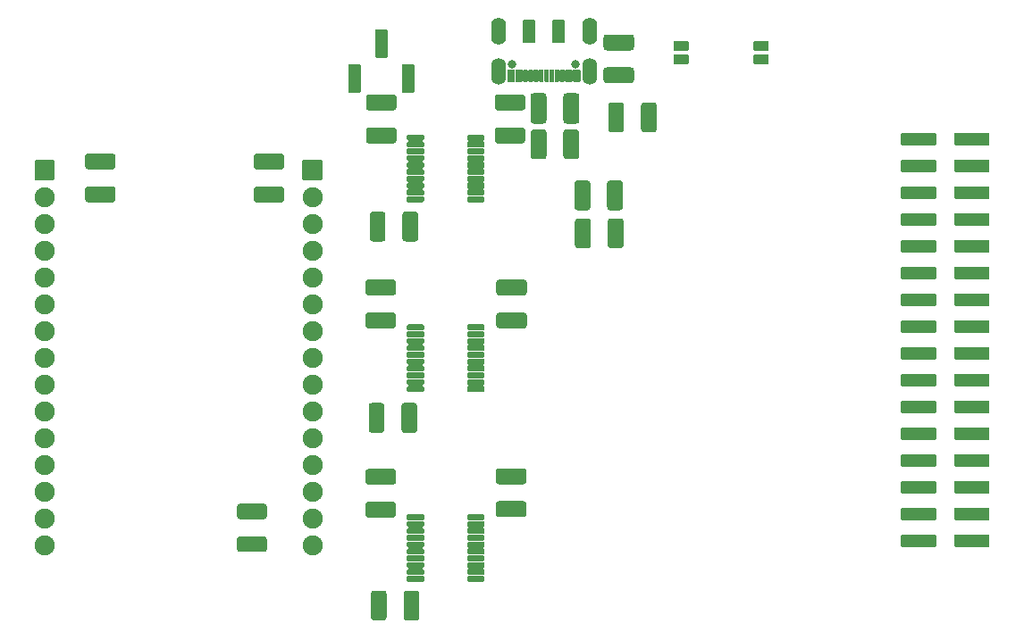
<source format=gts>
%TF.GenerationSoftware,KiCad,Pcbnew,5.1.9+dfsg1-1+deb11u1*%
%TF.CreationDate,2025-08-01T09:18:43+02:00*%
%TF.ProjectId,ESP32-BOBOARD-5V,45535033-322d-4424-9f42-4f4152442d35,rev?*%
%TF.SameCoordinates,Original*%
%TF.FileFunction,Soldermask,Top*%
%TF.FilePolarity,Negative*%
%FSLAX46Y46*%
G04 Gerber Fmt 4.6, Leading zero omitted, Abs format (unit mm)*
G04 Created by KiCad (PCBNEW 5.1.9+dfsg1-1+deb11u1) date 2025-08-01 09:18:43*
%MOMM*%
%LPD*%
G01*
G04 APERTURE LIST*
%ADD10O,1.900000X1.900000*%
%ADD11O,1.404000X2.604000*%
%ADD12O,1.362000X2.520000*%
%ADD13C,0.830000*%
%ADD14C,0.800000*%
G04 APERTURE END LIST*
%TO.C,SW1*%
G36*
G01*
X186025000Y-78255000D02*
X186025000Y-79015000D01*
G75*
G02*
X185925000Y-79115000I-100000J0D01*
G01*
X184675000Y-79115000D01*
G75*
G02*
X184575000Y-79015000I0J100000D01*
G01*
X184575000Y-78255000D01*
G75*
G02*
X184675000Y-78155000I100000J0D01*
G01*
X185925000Y-78155000D01*
G75*
G02*
X186025000Y-78255000I0J-100000D01*
G01*
G37*
G36*
G01*
X193625000Y-76985000D02*
X193625000Y-77745000D01*
G75*
G02*
X193525000Y-77845000I-100000J0D01*
G01*
X192275000Y-77845000D01*
G75*
G02*
X192175000Y-77745000I0J100000D01*
G01*
X192175000Y-76985000D01*
G75*
G02*
X192275000Y-76885000I100000J0D01*
G01*
X193525000Y-76885000D01*
G75*
G02*
X193625000Y-76985000I0J-100000D01*
G01*
G37*
G36*
G01*
X186025000Y-76985000D02*
X186025000Y-77745000D01*
G75*
G02*
X185925000Y-77845000I-100000J0D01*
G01*
X184675000Y-77845000D01*
G75*
G02*
X184575000Y-77745000I0J100000D01*
G01*
X184575000Y-76985000D01*
G75*
G02*
X184675000Y-76885000I100000J0D01*
G01*
X185925000Y-76885000D01*
G75*
G02*
X186025000Y-76985000I0J-100000D01*
G01*
G37*
G36*
G01*
X193625000Y-78255000D02*
X193625000Y-79015000D01*
G75*
G02*
X193525000Y-79115000I-100000J0D01*
G01*
X192275000Y-79115000D01*
G75*
G02*
X192175000Y-79015000I0J100000D01*
G01*
X192175000Y-78255000D01*
G75*
G02*
X192275000Y-78155000I100000J0D01*
G01*
X193525000Y-78155000D01*
G75*
G02*
X193625000Y-78255000I0J-100000D01*
G01*
G37*
%TD*%
D10*
%TO.C,J2*%
X150370000Y-124710000D03*
X150370000Y-122170000D03*
X150370000Y-119630000D03*
X150370000Y-117090000D03*
X150370000Y-114550000D03*
X150370000Y-112010000D03*
X150370000Y-109470000D03*
X150370000Y-106930000D03*
X150370000Y-104390000D03*
X150370000Y-101850000D03*
X150370000Y-99310000D03*
X150370000Y-96770000D03*
X150370000Y-94230000D03*
X150370000Y-91690000D03*
G36*
G01*
X149420000Y-90000000D02*
X149420000Y-88300000D01*
G75*
G02*
X149520000Y-88200000I100000J0D01*
G01*
X151220000Y-88200000D01*
G75*
G02*
X151320000Y-88300000I0J-100000D01*
G01*
X151320000Y-90000000D01*
G75*
G02*
X151220000Y-90100000I-100000J0D01*
G01*
X149520000Y-90100000D01*
G75*
G02*
X149420000Y-90000000I0J100000D01*
G01*
G37*
%TD*%
%TO.C,J1*%
X124980000Y-124710000D03*
X124980000Y-122170000D03*
X124980000Y-119630000D03*
X124980000Y-117090000D03*
X124980000Y-114550000D03*
X124980000Y-112010000D03*
X124980000Y-109470000D03*
X124980000Y-106930000D03*
X124980000Y-104390000D03*
X124980000Y-101850000D03*
X124980000Y-99310000D03*
X124980000Y-96770000D03*
X124980000Y-94230000D03*
X124980000Y-91690000D03*
G36*
G01*
X124030000Y-90000000D02*
X124030000Y-88300000D01*
G75*
G02*
X124130000Y-88200000I100000J0D01*
G01*
X125830000Y-88200000D01*
G75*
G02*
X125930000Y-88300000I0J-100000D01*
G01*
X125930000Y-90000000D01*
G75*
G02*
X125830000Y-90100000I-100000J0D01*
G01*
X124130000Y-90100000D01*
G75*
G02*
X124030000Y-90000000I0J100000D01*
G01*
G37*
%TD*%
%TO.C,J4*%
G36*
G01*
X157400000Y-78500000D02*
X156400000Y-78500000D01*
G75*
G02*
X156300000Y-78400000I0J100000D01*
G01*
X156300000Y-75890000D01*
G75*
G02*
X156400000Y-75790000I100000J0D01*
G01*
X157400000Y-75790000D01*
G75*
G02*
X157500000Y-75890000I0J-100000D01*
G01*
X157500000Y-78400000D01*
G75*
G02*
X157400000Y-78500000I-100000J0D01*
G01*
G37*
G36*
G01*
X159940000Y-81810000D02*
X158940000Y-81810000D01*
G75*
G02*
X158840000Y-81710000I0J100000D01*
G01*
X158840000Y-79200000D01*
G75*
G02*
X158940000Y-79100000I100000J0D01*
G01*
X159940000Y-79100000D01*
G75*
G02*
X160040000Y-79200000I0J-100000D01*
G01*
X160040000Y-81710000D01*
G75*
G02*
X159940000Y-81810000I-100000J0D01*
G01*
G37*
G36*
G01*
X154860000Y-81810000D02*
X153860000Y-81810000D01*
G75*
G02*
X153760000Y-81710000I0J100000D01*
G01*
X153760000Y-79200000D01*
G75*
G02*
X153860000Y-79100000I100000J0D01*
G01*
X154860000Y-79100000D01*
G75*
G02*
X154960000Y-79200000I0J-100000D01*
G01*
X154960000Y-81710000D01*
G75*
G02*
X154860000Y-81810000I-100000J0D01*
G01*
G37*
%TD*%
%TO.C,J3*%
G36*
G01*
X211180000Y-124800000D02*
X211180000Y-123800000D01*
G75*
G02*
X211280000Y-123700000I100000J0D01*
G01*
X214430000Y-123700000D01*
G75*
G02*
X214530000Y-123800000I0J-100000D01*
G01*
X214530000Y-124800000D01*
G75*
G02*
X214430000Y-124900000I-100000J0D01*
G01*
X211280000Y-124900000D01*
G75*
G02*
X211180000Y-124800000I0J100000D01*
G01*
G37*
G36*
G01*
X206130000Y-124800000D02*
X206130000Y-123800000D01*
G75*
G02*
X206230000Y-123700000I100000J0D01*
G01*
X209380000Y-123700000D01*
G75*
G02*
X209480000Y-123800000I0J-100000D01*
G01*
X209480000Y-124800000D01*
G75*
G02*
X209380000Y-124900000I-100000J0D01*
G01*
X206230000Y-124900000D01*
G75*
G02*
X206130000Y-124800000I0J100000D01*
G01*
G37*
G36*
G01*
X211180000Y-122260000D02*
X211180000Y-121260000D01*
G75*
G02*
X211280000Y-121160000I100000J0D01*
G01*
X214430000Y-121160000D01*
G75*
G02*
X214530000Y-121260000I0J-100000D01*
G01*
X214530000Y-122260000D01*
G75*
G02*
X214430000Y-122360000I-100000J0D01*
G01*
X211280000Y-122360000D01*
G75*
G02*
X211180000Y-122260000I0J100000D01*
G01*
G37*
G36*
G01*
X206130000Y-122260000D02*
X206130000Y-121260000D01*
G75*
G02*
X206230000Y-121160000I100000J0D01*
G01*
X209380000Y-121160000D01*
G75*
G02*
X209480000Y-121260000I0J-100000D01*
G01*
X209480000Y-122260000D01*
G75*
G02*
X209380000Y-122360000I-100000J0D01*
G01*
X206230000Y-122360000D01*
G75*
G02*
X206130000Y-122260000I0J100000D01*
G01*
G37*
G36*
G01*
X211180000Y-119720000D02*
X211180000Y-118720000D01*
G75*
G02*
X211280000Y-118620000I100000J0D01*
G01*
X214430000Y-118620000D01*
G75*
G02*
X214530000Y-118720000I0J-100000D01*
G01*
X214530000Y-119720000D01*
G75*
G02*
X214430000Y-119820000I-100000J0D01*
G01*
X211280000Y-119820000D01*
G75*
G02*
X211180000Y-119720000I0J100000D01*
G01*
G37*
G36*
G01*
X206130000Y-119720000D02*
X206130000Y-118720000D01*
G75*
G02*
X206230000Y-118620000I100000J0D01*
G01*
X209380000Y-118620000D01*
G75*
G02*
X209480000Y-118720000I0J-100000D01*
G01*
X209480000Y-119720000D01*
G75*
G02*
X209380000Y-119820000I-100000J0D01*
G01*
X206230000Y-119820000D01*
G75*
G02*
X206130000Y-119720000I0J100000D01*
G01*
G37*
G36*
G01*
X211180000Y-117180000D02*
X211180000Y-116180000D01*
G75*
G02*
X211280000Y-116080000I100000J0D01*
G01*
X214430000Y-116080000D01*
G75*
G02*
X214530000Y-116180000I0J-100000D01*
G01*
X214530000Y-117180000D01*
G75*
G02*
X214430000Y-117280000I-100000J0D01*
G01*
X211280000Y-117280000D01*
G75*
G02*
X211180000Y-117180000I0J100000D01*
G01*
G37*
G36*
G01*
X206130000Y-117180000D02*
X206130000Y-116180000D01*
G75*
G02*
X206230000Y-116080000I100000J0D01*
G01*
X209380000Y-116080000D01*
G75*
G02*
X209480000Y-116180000I0J-100000D01*
G01*
X209480000Y-117180000D01*
G75*
G02*
X209380000Y-117280000I-100000J0D01*
G01*
X206230000Y-117280000D01*
G75*
G02*
X206130000Y-117180000I0J100000D01*
G01*
G37*
G36*
G01*
X211180000Y-114640000D02*
X211180000Y-113640000D01*
G75*
G02*
X211280000Y-113540000I100000J0D01*
G01*
X214430000Y-113540000D01*
G75*
G02*
X214530000Y-113640000I0J-100000D01*
G01*
X214530000Y-114640000D01*
G75*
G02*
X214430000Y-114740000I-100000J0D01*
G01*
X211280000Y-114740000D01*
G75*
G02*
X211180000Y-114640000I0J100000D01*
G01*
G37*
G36*
G01*
X206130000Y-114640000D02*
X206130000Y-113640000D01*
G75*
G02*
X206230000Y-113540000I100000J0D01*
G01*
X209380000Y-113540000D01*
G75*
G02*
X209480000Y-113640000I0J-100000D01*
G01*
X209480000Y-114640000D01*
G75*
G02*
X209380000Y-114740000I-100000J0D01*
G01*
X206230000Y-114740000D01*
G75*
G02*
X206130000Y-114640000I0J100000D01*
G01*
G37*
G36*
G01*
X211180000Y-112100000D02*
X211180000Y-111100000D01*
G75*
G02*
X211280000Y-111000000I100000J0D01*
G01*
X214430000Y-111000000D01*
G75*
G02*
X214530000Y-111100000I0J-100000D01*
G01*
X214530000Y-112100000D01*
G75*
G02*
X214430000Y-112200000I-100000J0D01*
G01*
X211280000Y-112200000D01*
G75*
G02*
X211180000Y-112100000I0J100000D01*
G01*
G37*
G36*
G01*
X206130000Y-112100000D02*
X206130000Y-111100000D01*
G75*
G02*
X206230000Y-111000000I100000J0D01*
G01*
X209380000Y-111000000D01*
G75*
G02*
X209480000Y-111100000I0J-100000D01*
G01*
X209480000Y-112100000D01*
G75*
G02*
X209380000Y-112200000I-100000J0D01*
G01*
X206230000Y-112200000D01*
G75*
G02*
X206130000Y-112100000I0J100000D01*
G01*
G37*
G36*
G01*
X211180000Y-109560000D02*
X211180000Y-108560000D01*
G75*
G02*
X211280000Y-108460000I100000J0D01*
G01*
X214430000Y-108460000D01*
G75*
G02*
X214530000Y-108560000I0J-100000D01*
G01*
X214530000Y-109560000D01*
G75*
G02*
X214430000Y-109660000I-100000J0D01*
G01*
X211280000Y-109660000D01*
G75*
G02*
X211180000Y-109560000I0J100000D01*
G01*
G37*
G36*
G01*
X206130000Y-109560000D02*
X206130000Y-108560000D01*
G75*
G02*
X206230000Y-108460000I100000J0D01*
G01*
X209380000Y-108460000D01*
G75*
G02*
X209480000Y-108560000I0J-100000D01*
G01*
X209480000Y-109560000D01*
G75*
G02*
X209380000Y-109660000I-100000J0D01*
G01*
X206230000Y-109660000D01*
G75*
G02*
X206130000Y-109560000I0J100000D01*
G01*
G37*
G36*
G01*
X211180000Y-107020000D02*
X211180000Y-106020000D01*
G75*
G02*
X211280000Y-105920000I100000J0D01*
G01*
X214430000Y-105920000D01*
G75*
G02*
X214530000Y-106020000I0J-100000D01*
G01*
X214530000Y-107020000D01*
G75*
G02*
X214430000Y-107120000I-100000J0D01*
G01*
X211280000Y-107120000D01*
G75*
G02*
X211180000Y-107020000I0J100000D01*
G01*
G37*
G36*
G01*
X206130000Y-107020000D02*
X206130000Y-106020000D01*
G75*
G02*
X206230000Y-105920000I100000J0D01*
G01*
X209380000Y-105920000D01*
G75*
G02*
X209480000Y-106020000I0J-100000D01*
G01*
X209480000Y-107020000D01*
G75*
G02*
X209380000Y-107120000I-100000J0D01*
G01*
X206230000Y-107120000D01*
G75*
G02*
X206130000Y-107020000I0J100000D01*
G01*
G37*
G36*
G01*
X211180000Y-104480000D02*
X211180000Y-103480000D01*
G75*
G02*
X211280000Y-103380000I100000J0D01*
G01*
X214430000Y-103380000D01*
G75*
G02*
X214530000Y-103480000I0J-100000D01*
G01*
X214530000Y-104480000D01*
G75*
G02*
X214430000Y-104580000I-100000J0D01*
G01*
X211280000Y-104580000D01*
G75*
G02*
X211180000Y-104480000I0J100000D01*
G01*
G37*
G36*
G01*
X206130000Y-104480000D02*
X206130000Y-103480000D01*
G75*
G02*
X206230000Y-103380000I100000J0D01*
G01*
X209380000Y-103380000D01*
G75*
G02*
X209480000Y-103480000I0J-100000D01*
G01*
X209480000Y-104480000D01*
G75*
G02*
X209380000Y-104580000I-100000J0D01*
G01*
X206230000Y-104580000D01*
G75*
G02*
X206130000Y-104480000I0J100000D01*
G01*
G37*
G36*
G01*
X211180000Y-101940000D02*
X211180000Y-100940000D01*
G75*
G02*
X211280000Y-100840000I100000J0D01*
G01*
X214430000Y-100840000D01*
G75*
G02*
X214530000Y-100940000I0J-100000D01*
G01*
X214530000Y-101940000D01*
G75*
G02*
X214430000Y-102040000I-100000J0D01*
G01*
X211280000Y-102040000D01*
G75*
G02*
X211180000Y-101940000I0J100000D01*
G01*
G37*
G36*
G01*
X206130000Y-101940000D02*
X206130000Y-100940000D01*
G75*
G02*
X206230000Y-100840000I100000J0D01*
G01*
X209380000Y-100840000D01*
G75*
G02*
X209480000Y-100940000I0J-100000D01*
G01*
X209480000Y-101940000D01*
G75*
G02*
X209380000Y-102040000I-100000J0D01*
G01*
X206230000Y-102040000D01*
G75*
G02*
X206130000Y-101940000I0J100000D01*
G01*
G37*
G36*
G01*
X211180000Y-99400000D02*
X211180000Y-98400000D01*
G75*
G02*
X211280000Y-98300000I100000J0D01*
G01*
X214430000Y-98300000D01*
G75*
G02*
X214530000Y-98400000I0J-100000D01*
G01*
X214530000Y-99400000D01*
G75*
G02*
X214430000Y-99500000I-100000J0D01*
G01*
X211280000Y-99500000D01*
G75*
G02*
X211180000Y-99400000I0J100000D01*
G01*
G37*
G36*
G01*
X206130000Y-99400000D02*
X206130000Y-98400000D01*
G75*
G02*
X206230000Y-98300000I100000J0D01*
G01*
X209380000Y-98300000D01*
G75*
G02*
X209480000Y-98400000I0J-100000D01*
G01*
X209480000Y-99400000D01*
G75*
G02*
X209380000Y-99500000I-100000J0D01*
G01*
X206230000Y-99500000D01*
G75*
G02*
X206130000Y-99400000I0J100000D01*
G01*
G37*
G36*
G01*
X211180000Y-96860000D02*
X211180000Y-95860000D01*
G75*
G02*
X211280000Y-95760000I100000J0D01*
G01*
X214430000Y-95760000D01*
G75*
G02*
X214530000Y-95860000I0J-100000D01*
G01*
X214530000Y-96860000D01*
G75*
G02*
X214430000Y-96960000I-100000J0D01*
G01*
X211280000Y-96960000D01*
G75*
G02*
X211180000Y-96860000I0J100000D01*
G01*
G37*
G36*
G01*
X206130000Y-96860000D02*
X206130000Y-95860000D01*
G75*
G02*
X206230000Y-95760000I100000J0D01*
G01*
X209380000Y-95760000D01*
G75*
G02*
X209480000Y-95860000I0J-100000D01*
G01*
X209480000Y-96860000D01*
G75*
G02*
X209380000Y-96960000I-100000J0D01*
G01*
X206230000Y-96960000D01*
G75*
G02*
X206130000Y-96860000I0J100000D01*
G01*
G37*
G36*
G01*
X211180000Y-94320000D02*
X211180000Y-93320000D01*
G75*
G02*
X211280000Y-93220000I100000J0D01*
G01*
X214430000Y-93220000D01*
G75*
G02*
X214530000Y-93320000I0J-100000D01*
G01*
X214530000Y-94320000D01*
G75*
G02*
X214430000Y-94420000I-100000J0D01*
G01*
X211280000Y-94420000D01*
G75*
G02*
X211180000Y-94320000I0J100000D01*
G01*
G37*
G36*
G01*
X206130000Y-94320000D02*
X206130000Y-93320000D01*
G75*
G02*
X206230000Y-93220000I100000J0D01*
G01*
X209380000Y-93220000D01*
G75*
G02*
X209480000Y-93320000I0J-100000D01*
G01*
X209480000Y-94320000D01*
G75*
G02*
X209380000Y-94420000I-100000J0D01*
G01*
X206230000Y-94420000D01*
G75*
G02*
X206130000Y-94320000I0J100000D01*
G01*
G37*
G36*
G01*
X211180000Y-91780000D02*
X211180000Y-90780000D01*
G75*
G02*
X211280000Y-90680000I100000J0D01*
G01*
X214430000Y-90680000D01*
G75*
G02*
X214530000Y-90780000I0J-100000D01*
G01*
X214530000Y-91780000D01*
G75*
G02*
X214430000Y-91880000I-100000J0D01*
G01*
X211280000Y-91880000D01*
G75*
G02*
X211180000Y-91780000I0J100000D01*
G01*
G37*
G36*
G01*
X206130000Y-91780000D02*
X206130000Y-90780000D01*
G75*
G02*
X206230000Y-90680000I100000J0D01*
G01*
X209380000Y-90680000D01*
G75*
G02*
X209480000Y-90780000I0J-100000D01*
G01*
X209480000Y-91780000D01*
G75*
G02*
X209380000Y-91880000I-100000J0D01*
G01*
X206230000Y-91880000D01*
G75*
G02*
X206130000Y-91780000I0J100000D01*
G01*
G37*
G36*
G01*
X211180000Y-89240000D02*
X211180000Y-88240000D01*
G75*
G02*
X211280000Y-88140000I100000J0D01*
G01*
X214430000Y-88140000D01*
G75*
G02*
X214530000Y-88240000I0J-100000D01*
G01*
X214530000Y-89240000D01*
G75*
G02*
X214430000Y-89340000I-100000J0D01*
G01*
X211280000Y-89340000D01*
G75*
G02*
X211180000Y-89240000I0J100000D01*
G01*
G37*
G36*
G01*
X206130000Y-89240000D02*
X206130000Y-88240000D01*
G75*
G02*
X206230000Y-88140000I100000J0D01*
G01*
X209380000Y-88140000D01*
G75*
G02*
X209480000Y-88240000I0J-100000D01*
G01*
X209480000Y-89240000D01*
G75*
G02*
X209380000Y-89340000I-100000J0D01*
G01*
X206230000Y-89340000D01*
G75*
G02*
X206130000Y-89240000I0J100000D01*
G01*
G37*
G36*
G01*
X211180000Y-86700000D02*
X211180000Y-85700000D01*
G75*
G02*
X211280000Y-85600000I100000J0D01*
G01*
X214430000Y-85600000D01*
G75*
G02*
X214530000Y-85700000I0J-100000D01*
G01*
X214530000Y-86700000D01*
G75*
G02*
X214430000Y-86800000I-100000J0D01*
G01*
X211280000Y-86800000D01*
G75*
G02*
X211180000Y-86700000I0J100000D01*
G01*
G37*
G36*
G01*
X206130000Y-86700000D02*
X206130000Y-85700000D01*
G75*
G02*
X206230000Y-85600000I100000J0D01*
G01*
X209380000Y-85600000D01*
G75*
G02*
X209480000Y-85700000I0J-100000D01*
G01*
X209480000Y-86700000D01*
G75*
G02*
X209380000Y-86800000I-100000J0D01*
G01*
X206230000Y-86800000D01*
G75*
G02*
X206130000Y-86700000I0J100000D01*
G01*
G37*
%TD*%
%TO.C,R8*%
G36*
G01*
X178300000Y-92686540D02*
X178300000Y-90413460D01*
G75*
G02*
X178588460Y-90125000I288460J0D01*
G01*
X179511540Y-90125000D01*
G75*
G02*
X179800000Y-90413460I0J-288460D01*
G01*
X179800000Y-92686540D01*
G75*
G02*
X179511540Y-92975000I-288460J0D01*
G01*
X178588460Y-92975000D01*
G75*
G02*
X178300000Y-92686540I0J288460D01*
G01*
G37*
G36*
G01*
X175200000Y-92686540D02*
X175200000Y-90413460D01*
G75*
G02*
X175488460Y-90125000I288460J0D01*
G01*
X176411540Y-90125000D01*
G75*
G02*
X176700000Y-90413460I0J-288460D01*
G01*
X176700000Y-92686540D01*
G75*
G02*
X176411540Y-92975000I-288460J0D01*
G01*
X175488460Y-92975000D01*
G75*
G02*
X175200000Y-92686540I0J288460D01*
G01*
G37*
%TD*%
%TO.C,R7*%
G36*
G01*
X178350000Y-96286540D02*
X178350000Y-94013460D01*
G75*
G02*
X178638460Y-93725000I288460J0D01*
G01*
X179561540Y-93725000D01*
G75*
G02*
X179850000Y-94013460I0J-288460D01*
G01*
X179850000Y-96286540D01*
G75*
G02*
X179561540Y-96575000I-288460J0D01*
G01*
X178638460Y-96575000D01*
G75*
G02*
X178350000Y-96286540I0J288460D01*
G01*
G37*
G36*
G01*
X175250000Y-96286540D02*
X175250000Y-94013460D01*
G75*
G02*
X175538460Y-93725000I288460J0D01*
G01*
X176461540Y-93725000D01*
G75*
G02*
X176750000Y-94013460I0J-288460D01*
G01*
X176750000Y-96286540D01*
G75*
G02*
X176461540Y-96575000I-288460J0D01*
G01*
X175538460Y-96575000D01*
G75*
G02*
X175250000Y-96286540I0J288460D01*
G01*
G37*
%TD*%
%TO.C,R6*%
G36*
G01*
X181500000Y-85286540D02*
X181500000Y-83013460D01*
G75*
G02*
X181788460Y-82725000I288460J0D01*
G01*
X182711540Y-82725000D01*
G75*
G02*
X183000000Y-83013460I0J-288460D01*
G01*
X183000000Y-85286540D01*
G75*
G02*
X182711540Y-85575000I-288460J0D01*
G01*
X181788460Y-85575000D01*
G75*
G02*
X181500000Y-85286540I0J288460D01*
G01*
G37*
G36*
G01*
X178400000Y-85286540D02*
X178400000Y-83013460D01*
G75*
G02*
X178688460Y-82725000I288460J0D01*
G01*
X179611540Y-82725000D01*
G75*
G02*
X179900000Y-83013460I0J-288460D01*
G01*
X179900000Y-85286540D01*
G75*
G02*
X179611540Y-85575000I-288460J0D01*
G01*
X178688460Y-85575000D01*
G75*
G02*
X178400000Y-85286540I0J288460D01*
G01*
G37*
%TD*%
%TO.C,R5*%
G36*
G01*
X174150000Y-87836540D02*
X174150000Y-85563460D01*
G75*
G02*
X174438460Y-85275000I288460J0D01*
G01*
X175361540Y-85275000D01*
G75*
G02*
X175650000Y-85563460I0J-288460D01*
G01*
X175650000Y-87836540D01*
G75*
G02*
X175361540Y-88125000I-288460J0D01*
G01*
X174438460Y-88125000D01*
G75*
G02*
X174150000Y-87836540I0J288460D01*
G01*
G37*
G36*
G01*
X171050000Y-87836540D02*
X171050000Y-85563460D01*
G75*
G02*
X171338460Y-85275000I288460J0D01*
G01*
X172261540Y-85275000D01*
G75*
G02*
X172550000Y-85563460I0J-288460D01*
G01*
X172550000Y-87836540D01*
G75*
G02*
X172261540Y-88125000I-288460J0D01*
G01*
X171338460Y-88125000D01*
G75*
G02*
X171050000Y-87836540I0J288460D01*
G01*
G37*
%TD*%
D11*
%TO.C,J5*%
X167980000Y-76000000D03*
X176620000Y-76000000D03*
D12*
X167980000Y-79825000D03*
X176620000Y-79825000D03*
D13*
X175300000Y-79100000D03*
G36*
G01*
X171502000Y-75000000D02*
X171502000Y-77000000D01*
G75*
G02*
X171400000Y-77102000I-102000J0D01*
G01*
X170400000Y-77102000D01*
G75*
G02*
X170298000Y-77000000I0J102000D01*
G01*
X170298000Y-75000000D01*
G75*
G02*
X170400000Y-74898000I102000J0D01*
G01*
X171400000Y-74898000D01*
G75*
G02*
X171502000Y-75000000I0J-102000D01*
G01*
G37*
G36*
G01*
X174302000Y-75000000D02*
X174302000Y-77000000D01*
G75*
G02*
X174200000Y-77102000I-102000J0D01*
G01*
X173200000Y-77102000D01*
G75*
G02*
X173098000Y-77000000I0J102000D01*
G01*
X173098000Y-75000000D01*
G75*
G02*
X173200000Y-74898000I102000J0D01*
G01*
X174200000Y-74898000D01*
G75*
G02*
X174302000Y-75000000I0J-102000D01*
G01*
G37*
X169300000Y-79100000D03*
D14*
X169300000Y-79100000D03*
G36*
G01*
X171287000Y-79700000D02*
X171287000Y-80700000D01*
G75*
G02*
X171185000Y-80802000I-102000J0D01*
G01*
X170915000Y-80802000D01*
G75*
G02*
X170813000Y-80700000I0J102000D01*
G01*
X170813000Y-79700000D01*
G75*
G02*
X170915000Y-79598000I102000J0D01*
G01*
X171185000Y-79598000D01*
G75*
G02*
X171287000Y-79700000I0J-102000D01*
G01*
G37*
G36*
G01*
X171787000Y-79700000D02*
X171787000Y-80700000D01*
G75*
G02*
X171685000Y-80802000I-102000J0D01*
G01*
X171415000Y-80802000D01*
G75*
G02*
X171313000Y-80700000I0J102000D01*
G01*
X171313000Y-79700000D01*
G75*
G02*
X171415000Y-79598000I102000J0D01*
G01*
X171685000Y-79598000D01*
G75*
G02*
X171787000Y-79700000I0J-102000D01*
G01*
G37*
G36*
G01*
X172287000Y-79700000D02*
X172287000Y-80700000D01*
G75*
G02*
X172185000Y-80802000I-102000J0D01*
G01*
X171915000Y-80802000D01*
G75*
G02*
X171813000Y-80700000I0J102000D01*
G01*
X171813000Y-79700000D01*
G75*
G02*
X171915000Y-79598000I102000J0D01*
G01*
X172185000Y-79598000D01*
G75*
G02*
X172287000Y-79700000I0J-102000D01*
G01*
G37*
G36*
G01*
X172787000Y-79700000D02*
X172787000Y-80700000D01*
G75*
G02*
X172685000Y-80802000I-102000J0D01*
G01*
X172415000Y-80802000D01*
G75*
G02*
X172313000Y-80700000I0J102000D01*
G01*
X172313000Y-79700000D01*
G75*
G02*
X172415000Y-79598000I102000J0D01*
G01*
X172685000Y-79598000D01*
G75*
G02*
X172787000Y-79700000I0J-102000D01*
G01*
G37*
G36*
G01*
X173287000Y-79700000D02*
X173287000Y-80700000D01*
G75*
G02*
X173185000Y-80802000I-102000J0D01*
G01*
X172915000Y-80802000D01*
G75*
G02*
X172813000Y-80700000I0J102000D01*
G01*
X172813000Y-79700000D01*
G75*
G02*
X172915000Y-79598000I102000J0D01*
G01*
X173185000Y-79598000D01*
G75*
G02*
X173287000Y-79700000I0J-102000D01*
G01*
G37*
G36*
G01*
X173787000Y-79700000D02*
X173787000Y-80700000D01*
G75*
G02*
X173685000Y-80802000I-102000J0D01*
G01*
X173415000Y-80802000D01*
G75*
G02*
X173313000Y-80700000I0J102000D01*
G01*
X173313000Y-79700000D01*
G75*
G02*
X173415000Y-79598000I102000J0D01*
G01*
X173685000Y-79598000D01*
G75*
G02*
X173787000Y-79700000I0J-102000D01*
G01*
G37*
G36*
G01*
X170787000Y-79700000D02*
X170787000Y-80700000D01*
G75*
G02*
X170685000Y-80802000I-102000J0D01*
G01*
X170415000Y-80802000D01*
G75*
G02*
X170313000Y-80700000I0J102000D01*
G01*
X170313000Y-79700000D01*
G75*
G02*
X170415000Y-79598000I102000J0D01*
G01*
X170685000Y-79598000D01*
G75*
G02*
X170787000Y-79700000I0J-102000D01*
G01*
G37*
G36*
G01*
X174287000Y-79700000D02*
X174287000Y-80700000D01*
G75*
G02*
X174185000Y-80802000I-102000J0D01*
G01*
X173915000Y-80802000D01*
G75*
G02*
X173813000Y-80700000I0J102000D01*
G01*
X173813000Y-79700000D01*
G75*
G02*
X173915000Y-79598000I102000J0D01*
G01*
X174185000Y-79598000D01*
G75*
G02*
X174287000Y-79700000I0J-102000D01*
G01*
G37*
G36*
G01*
X170312000Y-79700000D02*
X170312000Y-80700000D01*
G75*
G02*
X170210000Y-80802000I-102000J0D01*
G01*
X169690000Y-80802000D01*
G75*
G02*
X169588000Y-80700000I0J102000D01*
G01*
X169588000Y-79700000D01*
G75*
G02*
X169690000Y-79598000I102000J0D01*
G01*
X170210000Y-79598000D01*
G75*
G02*
X170312000Y-79700000I0J-102000D01*
G01*
G37*
G36*
G01*
X175012000Y-79700000D02*
X175012000Y-80700000D01*
G75*
G02*
X174910000Y-80802000I-102000J0D01*
G01*
X174390000Y-80802000D01*
G75*
G02*
X174288000Y-80700000I0J102000D01*
G01*
X174288000Y-79700000D01*
G75*
G02*
X174390000Y-79598000I102000J0D01*
G01*
X174910000Y-79598000D01*
G75*
G02*
X175012000Y-79700000I0J-102000D01*
G01*
G37*
G36*
G01*
X169562000Y-79700000D02*
X169562000Y-80700000D01*
G75*
G02*
X169460000Y-80802000I-102000J0D01*
G01*
X168940000Y-80802000D01*
G75*
G02*
X168838000Y-80700000I0J102000D01*
G01*
X168838000Y-79700000D01*
G75*
G02*
X168940000Y-79598000I102000J0D01*
G01*
X169460000Y-79598000D01*
G75*
G02*
X169562000Y-79700000I0J-102000D01*
G01*
G37*
G36*
G01*
X175762000Y-79700000D02*
X175762000Y-80700000D01*
G75*
G02*
X175660000Y-80802000I-102000J0D01*
G01*
X175140000Y-80802000D01*
G75*
G02*
X175038000Y-80700000I0J102000D01*
G01*
X175038000Y-79700000D01*
G75*
G02*
X175140000Y-79598000I102000J0D01*
G01*
X175660000Y-79598000D01*
G75*
G02*
X175762000Y-79700000I0J-102000D01*
G01*
G37*
%TD*%
%TO.C,C10*%
G36*
G01*
X180562268Y-77800000D02*
X178237732Y-77800000D01*
G75*
G02*
X177950000Y-77512268I0J287732D01*
G01*
X177950000Y-76562732D01*
G75*
G02*
X178237732Y-76275000I287732J0D01*
G01*
X180562268Y-76275000D01*
G75*
G02*
X180850000Y-76562732I0J-287732D01*
G01*
X180850000Y-77512268D01*
G75*
G02*
X180562268Y-77800000I-287732J0D01*
G01*
G37*
G36*
G01*
X180562268Y-80925000D02*
X178237732Y-80925000D01*
G75*
G02*
X177950000Y-80637268I0J287732D01*
G01*
X177950000Y-79687732D01*
G75*
G02*
X178237732Y-79400000I287732J0D01*
G01*
X180562268Y-79400000D01*
G75*
G02*
X180850000Y-79687732I0J-287732D01*
G01*
X180850000Y-80637268D01*
G75*
G02*
X180562268Y-80925000I-287732J0D01*
G01*
G37*
%TD*%
%TO.C,C9*%
G36*
G01*
X174150000Y-84462268D02*
X174150000Y-82137732D01*
G75*
G02*
X174437732Y-81850000I287732J0D01*
G01*
X175387268Y-81850000D01*
G75*
G02*
X175675000Y-82137732I0J-287732D01*
G01*
X175675000Y-84462268D01*
G75*
G02*
X175387268Y-84750000I-287732J0D01*
G01*
X174437732Y-84750000D01*
G75*
G02*
X174150000Y-84462268I0J287732D01*
G01*
G37*
G36*
G01*
X171025000Y-84462268D02*
X171025000Y-82137732D01*
G75*
G02*
X171312732Y-81850000I287732J0D01*
G01*
X172262268Y-81850000D01*
G75*
G02*
X172550000Y-82137732I0J-287732D01*
G01*
X172550000Y-84462268D01*
G75*
G02*
X172262268Y-84750000I-287732J0D01*
G01*
X171312732Y-84750000D01*
G75*
G02*
X171025000Y-84462268I0J287732D01*
G01*
G37*
%TD*%
%TO.C,U4*%
G36*
G01*
X165025000Y-122225000D02*
X165025000Y-121925000D01*
G75*
G02*
X165175000Y-121775000I150000J0D01*
G01*
X166550000Y-121775000D01*
G75*
G02*
X166700000Y-121925000I0J-150000D01*
G01*
X166700000Y-122225000D01*
G75*
G02*
X166550000Y-122375000I-150000J0D01*
G01*
X165175000Y-122375000D01*
G75*
G02*
X165025000Y-122225000I0J150000D01*
G01*
G37*
G36*
G01*
X165025000Y-122875000D02*
X165025000Y-122575000D01*
G75*
G02*
X165175000Y-122425000I150000J0D01*
G01*
X166550000Y-122425000D01*
G75*
G02*
X166700000Y-122575000I0J-150000D01*
G01*
X166700000Y-122875000D01*
G75*
G02*
X166550000Y-123025000I-150000J0D01*
G01*
X165175000Y-123025000D01*
G75*
G02*
X165025000Y-122875000I0J150000D01*
G01*
G37*
G36*
G01*
X165025000Y-123525000D02*
X165025000Y-123225000D01*
G75*
G02*
X165175000Y-123075000I150000J0D01*
G01*
X166550000Y-123075000D01*
G75*
G02*
X166700000Y-123225000I0J-150000D01*
G01*
X166700000Y-123525000D01*
G75*
G02*
X166550000Y-123675000I-150000J0D01*
G01*
X165175000Y-123675000D01*
G75*
G02*
X165025000Y-123525000I0J150000D01*
G01*
G37*
G36*
G01*
X165025000Y-124175000D02*
X165025000Y-123875000D01*
G75*
G02*
X165175000Y-123725000I150000J0D01*
G01*
X166550000Y-123725000D01*
G75*
G02*
X166700000Y-123875000I0J-150000D01*
G01*
X166700000Y-124175000D01*
G75*
G02*
X166550000Y-124325000I-150000J0D01*
G01*
X165175000Y-124325000D01*
G75*
G02*
X165025000Y-124175000I0J150000D01*
G01*
G37*
G36*
G01*
X165025000Y-124825000D02*
X165025000Y-124525000D01*
G75*
G02*
X165175000Y-124375000I150000J0D01*
G01*
X166550000Y-124375000D01*
G75*
G02*
X166700000Y-124525000I0J-150000D01*
G01*
X166700000Y-124825000D01*
G75*
G02*
X166550000Y-124975000I-150000J0D01*
G01*
X165175000Y-124975000D01*
G75*
G02*
X165025000Y-124825000I0J150000D01*
G01*
G37*
G36*
G01*
X165025000Y-125475000D02*
X165025000Y-125175000D01*
G75*
G02*
X165175000Y-125025000I150000J0D01*
G01*
X166550000Y-125025000D01*
G75*
G02*
X166700000Y-125175000I0J-150000D01*
G01*
X166700000Y-125475000D01*
G75*
G02*
X166550000Y-125625000I-150000J0D01*
G01*
X165175000Y-125625000D01*
G75*
G02*
X165025000Y-125475000I0J150000D01*
G01*
G37*
G36*
G01*
X165025000Y-126125000D02*
X165025000Y-125825000D01*
G75*
G02*
X165175000Y-125675000I150000J0D01*
G01*
X166550000Y-125675000D01*
G75*
G02*
X166700000Y-125825000I0J-150000D01*
G01*
X166700000Y-126125000D01*
G75*
G02*
X166550000Y-126275000I-150000J0D01*
G01*
X165175000Y-126275000D01*
G75*
G02*
X165025000Y-126125000I0J150000D01*
G01*
G37*
G36*
G01*
X165025000Y-126775000D02*
X165025000Y-126475000D01*
G75*
G02*
X165175000Y-126325000I150000J0D01*
G01*
X166550000Y-126325000D01*
G75*
G02*
X166700000Y-126475000I0J-150000D01*
G01*
X166700000Y-126775000D01*
G75*
G02*
X166550000Y-126925000I-150000J0D01*
G01*
X165175000Y-126925000D01*
G75*
G02*
X165025000Y-126775000I0J150000D01*
G01*
G37*
G36*
G01*
X165025000Y-127425000D02*
X165025000Y-127125000D01*
G75*
G02*
X165175000Y-126975000I150000J0D01*
G01*
X166550000Y-126975000D01*
G75*
G02*
X166700000Y-127125000I0J-150000D01*
G01*
X166700000Y-127425000D01*
G75*
G02*
X166550000Y-127575000I-150000J0D01*
G01*
X165175000Y-127575000D01*
G75*
G02*
X165025000Y-127425000I0J150000D01*
G01*
G37*
G36*
G01*
X165025000Y-128075000D02*
X165025000Y-127775000D01*
G75*
G02*
X165175000Y-127625000I150000J0D01*
G01*
X166550000Y-127625000D01*
G75*
G02*
X166700000Y-127775000I0J-150000D01*
G01*
X166700000Y-128075000D01*
G75*
G02*
X166550000Y-128225000I-150000J0D01*
G01*
X165175000Y-128225000D01*
G75*
G02*
X165025000Y-128075000I0J150000D01*
G01*
G37*
G36*
G01*
X159300000Y-128075000D02*
X159300000Y-127775000D01*
G75*
G02*
X159450000Y-127625000I150000J0D01*
G01*
X160825000Y-127625000D01*
G75*
G02*
X160975000Y-127775000I0J-150000D01*
G01*
X160975000Y-128075000D01*
G75*
G02*
X160825000Y-128225000I-150000J0D01*
G01*
X159450000Y-128225000D01*
G75*
G02*
X159300000Y-128075000I0J150000D01*
G01*
G37*
G36*
G01*
X159300000Y-127425000D02*
X159300000Y-127125000D01*
G75*
G02*
X159450000Y-126975000I150000J0D01*
G01*
X160825000Y-126975000D01*
G75*
G02*
X160975000Y-127125000I0J-150000D01*
G01*
X160975000Y-127425000D01*
G75*
G02*
X160825000Y-127575000I-150000J0D01*
G01*
X159450000Y-127575000D01*
G75*
G02*
X159300000Y-127425000I0J150000D01*
G01*
G37*
G36*
G01*
X159300000Y-126775000D02*
X159300000Y-126475000D01*
G75*
G02*
X159450000Y-126325000I150000J0D01*
G01*
X160825000Y-126325000D01*
G75*
G02*
X160975000Y-126475000I0J-150000D01*
G01*
X160975000Y-126775000D01*
G75*
G02*
X160825000Y-126925000I-150000J0D01*
G01*
X159450000Y-126925000D01*
G75*
G02*
X159300000Y-126775000I0J150000D01*
G01*
G37*
G36*
G01*
X159300000Y-126125000D02*
X159300000Y-125825000D01*
G75*
G02*
X159450000Y-125675000I150000J0D01*
G01*
X160825000Y-125675000D01*
G75*
G02*
X160975000Y-125825000I0J-150000D01*
G01*
X160975000Y-126125000D01*
G75*
G02*
X160825000Y-126275000I-150000J0D01*
G01*
X159450000Y-126275000D01*
G75*
G02*
X159300000Y-126125000I0J150000D01*
G01*
G37*
G36*
G01*
X159300000Y-125475000D02*
X159300000Y-125175000D01*
G75*
G02*
X159450000Y-125025000I150000J0D01*
G01*
X160825000Y-125025000D01*
G75*
G02*
X160975000Y-125175000I0J-150000D01*
G01*
X160975000Y-125475000D01*
G75*
G02*
X160825000Y-125625000I-150000J0D01*
G01*
X159450000Y-125625000D01*
G75*
G02*
X159300000Y-125475000I0J150000D01*
G01*
G37*
G36*
G01*
X159300000Y-124825000D02*
X159300000Y-124525000D01*
G75*
G02*
X159450000Y-124375000I150000J0D01*
G01*
X160825000Y-124375000D01*
G75*
G02*
X160975000Y-124525000I0J-150000D01*
G01*
X160975000Y-124825000D01*
G75*
G02*
X160825000Y-124975000I-150000J0D01*
G01*
X159450000Y-124975000D01*
G75*
G02*
X159300000Y-124825000I0J150000D01*
G01*
G37*
G36*
G01*
X159300000Y-124175000D02*
X159300000Y-123875000D01*
G75*
G02*
X159450000Y-123725000I150000J0D01*
G01*
X160825000Y-123725000D01*
G75*
G02*
X160975000Y-123875000I0J-150000D01*
G01*
X160975000Y-124175000D01*
G75*
G02*
X160825000Y-124325000I-150000J0D01*
G01*
X159450000Y-124325000D01*
G75*
G02*
X159300000Y-124175000I0J150000D01*
G01*
G37*
G36*
G01*
X159300000Y-123525000D02*
X159300000Y-123225000D01*
G75*
G02*
X159450000Y-123075000I150000J0D01*
G01*
X160825000Y-123075000D01*
G75*
G02*
X160975000Y-123225000I0J-150000D01*
G01*
X160975000Y-123525000D01*
G75*
G02*
X160825000Y-123675000I-150000J0D01*
G01*
X159450000Y-123675000D01*
G75*
G02*
X159300000Y-123525000I0J150000D01*
G01*
G37*
G36*
G01*
X159300000Y-122875000D02*
X159300000Y-122575000D01*
G75*
G02*
X159450000Y-122425000I150000J0D01*
G01*
X160825000Y-122425000D01*
G75*
G02*
X160975000Y-122575000I0J-150000D01*
G01*
X160975000Y-122875000D01*
G75*
G02*
X160825000Y-123025000I-150000J0D01*
G01*
X159450000Y-123025000D01*
G75*
G02*
X159300000Y-122875000I0J150000D01*
G01*
G37*
G36*
G01*
X159300000Y-122225000D02*
X159300000Y-121925000D01*
G75*
G02*
X159450000Y-121775000I150000J0D01*
G01*
X160825000Y-121775000D01*
G75*
G02*
X160975000Y-121925000I0J-150000D01*
G01*
X160975000Y-122225000D01*
G75*
G02*
X160825000Y-122375000I-150000J0D01*
G01*
X159450000Y-122375000D01*
G75*
G02*
X159300000Y-122225000I0J150000D01*
G01*
G37*
%TD*%
%TO.C,U3*%
G36*
G01*
X165025000Y-104225000D02*
X165025000Y-103925000D01*
G75*
G02*
X165175000Y-103775000I150000J0D01*
G01*
X166550000Y-103775000D01*
G75*
G02*
X166700000Y-103925000I0J-150000D01*
G01*
X166700000Y-104225000D01*
G75*
G02*
X166550000Y-104375000I-150000J0D01*
G01*
X165175000Y-104375000D01*
G75*
G02*
X165025000Y-104225000I0J150000D01*
G01*
G37*
G36*
G01*
X165025000Y-104875000D02*
X165025000Y-104575000D01*
G75*
G02*
X165175000Y-104425000I150000J0D01*
G01*
X166550000Y-104425000D01*
G75*
G02*
X166700000Y-104575000I0J-150000D01*
G01*
X166700000Y-104875000D01*
G75*
G02*
X166550000Y-105025000I-150000J0D01*
G01*
X165175000Y-105025000D01*
G75*
G02*
X165025000Y-104875000I0J150000D01*
G01*
G37*
G36*
G01*
X165025000Y-105525000D02*
X165025000Y-105225000D01*
G75*
G02*
X165175000Y-105075000I150000J0D01*
G01*
X166550000Y-105075000D01*
G75*
G02*
X166700000Y-105225000I0J-150000D01*
G01*
X166700000Y-105525000D01*
G75*
G02*
X166550000Y-105675000I-150000J0D01*
G01*
X165175000Y-105675000D01*
G75*
G02*
X165025000Y-105525000I0J150000D01*
G01*
G37*
G36*
G01*
X165025000Y-106175000D02*
X165025000Y-105875000D01*
G75*
G02*
X165175000Y-105725000I150000J0D01*
G01*
X166550000Y-105725000D01*
G75*
G02*
X166700000Y-105875000I0J-150000D01*
G01*
X166700000Y-106175000D01*
G75*
G02*
X166550000Y-106325000I-150000J0D01*
G01*
X165175000Y-106325000D01*
G75*
G02*
X165025000Y-106175000I0J150000D01*
G01*
G37*
G36*
G01*
X165025000Y-106825000D02*
X165025000Y-106525000D01*
G75*
G02*
X165175000Y-106375000I150000J0D01*
G01*
X166550000Y-106375000D01*
G75*
G02*
X166700000Y-106525000I0J-150000D01*
G01*
X166700000Y-106825000D01*
G75*
G02*
X166550000Y-106975000I-150000J0D01*
G01*
X165175000Y-106975000D01*
G75*
G02*
X165025000Y-106825000I0J150000D01*
G01*
G37*
G36*
G01*
X165025000Y-107475000D02*
X165025000Y-107175000D01*
G75*
G02*
X165175000Y-107025000I150000J0D01*
G01*
X166550000Y-107025000D01*
G75*
G02*
X166700000Y-107175000I0J-150000D01*
G01*
X166700000Y-107475000D01*
G75*
G02*
X166550000Y-107625000I-150000J0D01*
G01*
X165175000Y-107625000D01*
G75*
G02*
X165025000Y-107475000I0J150000D01*
G01*
G37*
G36*
G01*
X165025000Y-108125000D02*
X165025000Y-107825000D01*
G75*
G02*
X165175000Y-107675000I150000J0D01*
G01*
X166550000Y-107675000D01*
G75*
G02*
X166700000Y-107825000I0J-150000D01*
G01*
X166700000Y-108125000D01*
G75*
G02*
X166550000Y-108275000I-150000J0D01*
G01*
X165175000Y-108275000D01*
G75*
G02*
X165025000Y-108125000I0J150000D01*
G01*
G37*
G36*
G01*
X165025000Y-108775000D02*
X165025000Y-108475000D01*
G75*
G02*
X165175000Y-108325000I150000J0D01*
G01*
X166550000Y-108325000D01*
G75*
G02*
X166700000Y-108475000I0J-150000D01*
G01*
X166700000Y-108775000D01*
G75*
G02*
X166550000Y-108925000I-150000J0D01*
G01*
X165175000Y-108925000D01*
G75*
G02*
X165025000Y-108775000I0J150000D01*
G01*
G37*
G36*
G01*
X165025000Y-109425000D02*
X165025000Y-109125000D01*
G75*
G02*
X165175000Y-108975000I150000J0D01*
G01*
X166550000Y-108975000D01*
G75*
G02*
X166700000Y-109125000I0J-150000D01*
G01*
X166700000Y-109425000D01*
G75*
G02*
X166550000Y-109575000I-150000J0D01*
G01*
X165175000Y-109575000D01*
G75*
G02*
X165025000Y-109425000I0J150000D01*
G01*
G37*
G36*
G01*
X165025000Y-110075000D02*
X165025000Y-109775000D01*
G75*
G02*
X165175000Y-109625000I150000J0D01*
G01*
X166550000Y-109625000D01*
G75*
G02*
X166700000Y-109775000I0J-150000D01*
G01*
X166700000Y-110075000D01*
G75*
G02*
X166550000Y-110225000I-150000J0D01*
G01*
X165175000Y-110225000D01*
G75*
G02*
X165025000Y-110075000I0J150000D01*
G01*
G37*
G36*
G01*
X159300000Y-110075000D02*
X159300000Y-109775000D01*
G75*
G02*
X159450000Y-109625000I150000J0D01*
G01*
X160825000Y-109625000D01*
G75*
G02*
X160975000Y-109775000I0J-150000D01*
G01*
X160975000Y-110075000D01*
G75*
G02*
X160825000Y-110225000I-150000J0D01*
G01*
X159450000Y-110225000D01*
G75*
G02*
X159300000Y-110075000I0J150000D01*
G01*
G37*
G36*
G01*
X159300000Y-109425000D02*
X159300000Y-109125000D01*
G75*
G02*
X159450000Y-108975000I150000J0D01*
G01*
X160825000Y-108975000D01*
G75*
G02*
X160975000Y-109125000I0J-150000D01*
G01*
X160975000Y-109425000D01*
G75*
G02*
X160825000Y-109575000I-150000J0D01*
G01*
X159450000Y-109575000D01*
G75*
G02*
X159300000Y-109425000I0J150000D01*
G01*
G37*
G36*
G01*
X159300000Y-108775000D02*
X159300000Y-108475000D01*
G75*
G02*
X159450000Y-108325000I150000J0D01*
G01*
X160825000Y-108325000D01*
G75*
G02*
X160975000Y-108475000I0J-150000D01*
G01*
X160975000Y-108775000D01*
G75*
G02*
X160825000Y-108925000I-150000J0D01*
G01*
X159450000Y-108925000D01*
G75*
G02*
X159300000Y-108775000I0J150000D01*
G01*
G37*
G36*
G01*
X159300000Y-108125000D02*
X159300000Y-107825000D01*
G75*
G02*
X159450000Y-107675000I150000J0D01*
G01*
X160825000Y-107675000D01*
G75*
G02*
X160975000Y-107825000I0J-150000D01*
G01*
X160975000Y-108125000D01*
G75*
G02*
X160825000Y-108275000I-150000J0D01*
G01*
X159450000Y-108275000D01*
G75*
G02*
X159300000Y-108125000I0J150000D01*
G01*
G37*
G36*
G01*
X159300000Y-107475000D02*
X159300000Y-107175000D01*
G75*
G02*
X159450000Y-107025000I150000J0D01*
G01*
X160825000Y-107025000D01*
G75*
G02*
X160975000Y-107175000I0J-150000D01*
G01*
X160975000Y-107475000D01*
G75*
G02*
X160825000Y-107625000I-150000J0D01*
G01*
X159450000Y-107625000D01*
G75*
G02*
X159300000Y-107475000I0J150000D01*
G01*
G37*
G36*
G01*
X159300000Y-106825000D02*
X159300000Y-106525000D01*
G75*
G02*
X159450000Y-106375000I150000J0D01*
G01*
X160825000Y-106375000D01*
G75*
G02*
X160975000Y-106525000I0J-150000D01*
G01*
X160975000Y-106825000D01*
G75*
G02*
X160825000Y-106975000I-150000J0D01*
G01*
X159450000Y-106975000D01*
G75*
G02*
X159300000Y-106825000I0J150000D01*
G01*
G37*
G36*
G01*
X159300000Y-106175000D02*
X159300000Y-105875000D01*
G75*
G02*
X159450000Y-105725000I150000J0D01*
G01*
X160825000Y-105725000D01*
G75*
G02*
X160975000Y-105875000I0J-150000D01*
G01*
X160975000Y-106175000D01*
G75*
G02*
X160825000Y-106325000I-150000J0D01*
G01*
X159450000Y-106325000D01*
G75*
G02*
X159300000Y-106175000I0J150000D01*
G01*
G37*
G36*
G01*
X159300000Y-105525000D02*
X159300000Y-105225000D01*
G75*
G02*
X159450000Y-105075000I150000J0D01*
G01*
X160825000Y-105075000D01*
G75*
G02*
X160975000Y-105225000I0J-150000D01*
G01*
X160975000Y-105525000D01*
G75*
G02*
X160825000Y-105675000I-150000J0D01*
G01*
X159450000Y-105675000D01*
G75*
G02*
X159300000Y-105525000I0J150000D01*
G01*
G37*
G36*
G01*
X159300000Y-104875000D02*
X159300000Y-104575000D01*
G75*
G02*
X159450000Y-104425000I150000J0D01*
G01*
X160825000Y-104425000D01*
G75*
G02*
X160975000Y-104575000I0J-150000D01*
G01*
X160975000Y-104875000D01*
G75*
G02*
X160825000Y-105025000I-150000J0D01*
G01*
X159450000Y-105025000D01*
G75*
G02*
X159300000Y-104875000I0J150000D01*
G01*
G37*
G36*
G01*
X159300000Y-104225000D02*
X159300000Y-103925000D01*
G75*
G02*
X159450000Y-103775000I150000J0D01*
G01*
X160825000Y-103775000D01*
G75*
G02*
X160975000Y-103925000I0J-150000D01*
G01*
X160975000Y-104225000D01*
G75*
G02*
X160825000Y-104375000I-150000J0D01*
G01*
X159450000Y-104375000D01*
G75*
G02*
X159300000Y-104225000I0J150000D01*
G01*
G37*
%TD*%
%TO.C,U1*%
G36*
G01*
X165025000Y-86225000D02*
X165025000Y-85925000D01*
G75*
G02*
X165175000Y-85775000I150000J0D01*
G01*
X166550000Y-85775000D01*
G75*
G02*
X166700000Y-85925000I0J-150000D01*
G01*
X166700000Y-86225000D01*
G75*
G02*
X166550000Y-86375000I-150000J0D01*
G01*
X165175000Y-86375000D01*
G75*
G02*
X165025000Y-86225000I0J150000D01*
G01*
G37*
G36*
G01*
X165025000Y-86875000D02*
X165025000Y-86575000D01*
G75*
G02*
X165175000Y-86425000I150000J0D01*
G01*
X166550000Y-86425000D01*
G75*
G02*
X166700000Y-86575000I0J-150000D01*
G01*
X166700000Y-86875000D01*
G75*
G02*
X166550000Y-87025000I-150000J0D01*
G01*
X165175000Y-87025000D01*
G75*
G02*
X165025000Y-86875000I0J150000D01*
G01*
G37*
G36*
G01*
X165025000Y-87525000D02*
X165025000Y-87225000D01*
G75*
G02*
X165175000Y-87075000I150000J0D01*
G01*
X166550000Y-87075000D01*
G75*
G02*
X166700000Y-87225000I0J-150000D01*
G01*
X166700000Y-87525000D01*
G75*
G02*
X166550000Y-87675000I-150000J0D01*
G01*
X165175000Y-87675000D01*
G75*
G02*
X165025000Y-87525000I0J150000D01*
G01*
G37*
G36*
G01*
X165025000Y-88175000D02*
X165025000Y-87875000D01*
G75*
G02*
X165175000Y-87725000I150000J0D01*
G01*
X166550000Y-87725000D01*
G75*
G02*
X166700000Y-87875000I0J-150000D01*
G01*
X166700000Y-88175000D01*
G75*
G02*
X166550000Y-88325000I-150000J0D01*
G01*
X165175000Y-88325000D01*
G75*
G02*
X165025000Y-88175000I0J150000D01*
G01*
G37*
G36*
G01*
X165025000Y-88825000D02*
X165025000Y-88525000D01*
G75*
G02*
X165175000Y-88375000I150000J0D01*
G01*
X166550000Y-88375000D01*
G75*
G02*
X166700000Y-88525000I0J-150000D01*
G01*
X166700000Y-88825000D01*
G75*
G02*
X166550000Y-88975000I-150000J0D01*
G01*
X165175000Y-88975000D01*
G75*
G02*
X165025000Y-88825000I0J150000D01*
G01*
G37*
G36*
G01*
X165025000Y-89475000D02*
X165025000Y-89175000D01*
G75*
G02*
X165175000Y-89025000I150000J0D01*
G01*
X166550000Y-89025000D01*
G75*
G02*
X166700000Y-89175000I0J-150000D01*
G01*
X166700000Y-89475000D01*
G75*
G02*
X166550000Y-89625000I-150000J0D01*
G01*
X165175000Y-89625000D01*
G75*
G02*
X165025000Y-89475000I0J150000D01*
G01*
G37*
G36*
G01*
X165025000Y-90125000D02*
X165025000Y-89825000D01*
G75*
G02*
X165175000Y-89675000I150000J0D01*
G01*
X166550000Y-89675000D01*
G75*
G02*
X166700000Y-89825000I0J-150000D01*
G01*
X166700000Y-90125000D01*
G75*
G02*
X166550000Y-90275000I-150000J0D01*
G01*
X165175000Y-90275000D01*
G75*
G02*
X165025000Y-90125000I0J150000D01*
G01*
G37*
G36*
G01*
X165025000Y-90775000D02*
X165025000Y-90475000D01*
G75*
G02*
X165175000Y-90325000I150000J0D01*
G01*
X166550000Y-90325000D01*
G75*
G02*
X166700000Y-90475000I0J-150000D01*
G01*
X166700000Y-90775000D01*
G75*
G02*
X166550000Y-90925000I-150000J0D01*
G01*
X165175000Y-90925000D01*
G75*
G02*
X165025000Y-90775000I0J150000D01*
G01*
G37*
G36*
G01*
X165025000Y-91425000D02*
X165025000Y-91125000D01*
G75*
G02*
X165175000Y-90975000I150000J0D01*
G01*
X166550000Y-90975000D01*
G75*
G02*
X166700000Y-91125000I0J-150000D01*
G01*
X166700000Y-91425000D01*
G75*
G02*
X166550000Y-91575000I-150000J0D01*
G01*
X165175000Y-91575000D01*
G75*
G02*
X165025000Y-91425000I0J150000D01*
G01*
G37*
G36*
G01*
X165025000Y-92075000D02*
X165025000Y-91775000D01*
G75*
G02*
X165175000Y-91625000I150000J0D01*
G01*
X166550000Y-91625000D01*
G75*
G02*
X166700000Y-91775000I0J-150000D01*
G01*
X166700000Y-92075000D01*
G75*
G02*
X166550000Y-92225000I-150000J0D01*
G01*
X165175000Y-92225000D01*
G75*
G02*
X165025000Y-92075000I0J150000D01*
G01*
G37*
G36*
G01*
X159300000Y-92075000D02*
X159300000Y-91775000D01*
G75*
G02*
X159450000Y-91625000I150000J0D01*
G01*
X160825000Y-91625000D01*
G75*
G02*
X160975000Y-91775000I0J-150000D01*
G01*
X160975000Y-92075000D01*
G75*
G02*
X160825000Y-92225000I-150000J0D01*
G01*
X159450000Y-92225000D01*
G75*
G02*
X159300000Y-92075000I0J150000D01*
G01*
G37*
G36*
G01*
X159300000Y-91425000D02*
X159300000Y-91125000D01*
G75*
G02*
X159450000Y-90975000I150000J0D01*
G01*
X160825000Y-90975000D01*
G75*
G02*
X160975000Y-91125000I0J-150000D01*
G01*
X160975000Y-91425000D01*
G75*
G02*
X160825000Y-91575000I-150000J0D01*
G01*
X159450000Y-91575000D01*
G75*
G02*
X159300000Y-91425000I0J150000D01*
G01*
G37*
G36*
G01*
X159300000Y-90775000D02*
X159300000Y-90475000D01*
G75*
G02*
X159450000Y-90325000I150000J0D01*
G01*
X160825000Y-90325000D01*
G75*
G02*
X160975000Y-90475000I0J-150000D01*
G01*
X160975000Y-90775000D01*
G75*
G02*
X160825000Y-90925000I-150000J0D01*
G01*
X159450000Y-90925000D01*
G75*
G02*
X159300000Y-90775000I0J150000D01*
G01*
G37*
G36*
G01*
X159300000Y-90125000D02*
X159300000Y-89825000D01*
G75*
G02*
X159450000Y-89675000I150000J0D01*
G01*
X160825000Y-89675000D01*
G75*
G02*
X160975000Y-89825000I0J-150000D01*
G01*
X160975000Y-90125000D01*
G75*
G02*
X160825000Y-90275000I-150000J0D01*
G01*
X159450000Y-90275000D01*
G75*
G02*
X159300000Y-90125000I0J150000D01*
G01*
G37*
G36*
G01*
X159300000Y-89475000D02*
X159300000Y-89175000D01*
G75*
G02*
X159450000Y-89025000I150000J0D01*
G01*
X160825000Y-89025000D01*
G75*
G02*
X160975000Y-89175000I0J-150000D01*
G01*
X160975000Y-89475000D01*
G75*
G02*
X160825000Y-89625000I-150000J0D01*
G01*
X159450000Y-89625000D01*
G75*
G02*
X159300000Y-89475000I0J150000D01*
G01*
G37*
G36*
G01*
X159300000Y-88825000D02*
X159300000Y-88525000D01*
G75*
G02*
X159450000Y-88375000I150000J0D01*
G01*
X160825000Y-88375000D01*
G75*
G02*
X160975000Y-88525000I0J-150000D01*
G01*
X160975000Y-88825000D01*
G75*
G02*
X160825000Y-88975000I-150000J0D01*
G01*
X159450000Y-88975000D01*
G75*
G02*
X159300000Y-88825000I0J150000D01*
G01*
G37*
G36*
G01*
X159300000Y-88175000D02*
X159300000Y-87875000D01*
G75*
G02*
X159450000Y-87725000I150000J0D01*
G01*
X160825000Y-87725000D01*
G75*
G02*
X160975000Y-87875000I0J-150000D01*
G01*
X160975000Y-88175000D01*
G75*
G02*
X160825000Y-88325000I-150000J0D01*
G01*
X159450000Y-88325000D01*
G75*
G02*
X159300000Y-88175000I0J150000D01*
G01*
G37*
G36*
G01*
X159300000Y-87525000D02*
X159300000Y-87225000D01*
G75*
G02*
X159450000Y-87075000I150000J0D01*
G01*
X160825000Y-87075000D01*
G75*
G02*
X160975000Y-87225000I0J-150000D01*
G01*
X160975000Y-87525000D01*
G75*
G02*
X160825000Y-87675000I-150000J0D01*
G01*
X159450000Y-87675000D01*
G75*
G02*
X159300000Y-87525000I0J150000D01*
G01*
G37*
G36*
G01*
X159300000Y-86875000D02*
X159300000Y-86575000D01*
G75*
G02*
X159450000Y-86425000I150000J0D01*
G01*
X160825000Y-86425000D01*
G75*
G02*
X160975000Y-86575000I0J-150000D01*
G01*
X160975000Y-86875000D01*
G75*
G02*
X160825000Y-87025000I-150000J0D01*
G01*
X159450000Y-87025000D01*
G75*
G02*
X159300000Y-86875000I0J150000D01*
G01*
G37*
G36*
G01*
X159300000Y-86225000D02*
X159300000Y-85925000D01*
G75*
G02*
X159450000Y-85775000I150000J0D01*
G01*
X160825000Y-85775000D01*
G75*
G02*
X160975000Y-85925000I0J-150000D01*
G01*
X160975000Y-86225000D01*
G75*
G02*
X160825000Y-86375000I-150000J0D01*
G01*
X159450000Y-86375000D01*
G75*
G02*
X159300000Y-86225000I0J150000D01*
G01*
G37*
%TD*%
%TO.C,R4*%
G36*
G01*
X159000000Y-131586540D02*
X159000000Y-129313460D01*
G75*
G02*
X159288460Y-129025000I288460J0D01*
G01*
X160211540Y-129025000D01*
G75*
G02*
X160500000Y-129313460I0J-288460D01*
G01*
X160500000Y-131586540D01*
G75*
G02*
X160211540Y-131875000I-288460J0D01*
G01*
X159288460Y-131875000D01*
G75*
G02*
X159000000Y-131586540I0J288460D01*
G01*
G37*
G36*
G01*
X155900000Y-131586540D02*
X155900000Y-129313460D01*
G75*
G02*
X156188460Y-129025000I288460J0D01*
G01*
X157111540Y-129025000D01*
G75*
G02*
X157400000Y-129313460I0J-288460D01*
G01*
X157400000Y-131586540D01*
G75*
G02*
X157111540Y-131875000I-288460J0D01*
G01*
X156188460Y-131875000D01*
G75*
G02*
X155900000Y-131586540I0J288460D01*
G01*
G37*
%TD*%
%TO.C,R3*%
G36*
G01*
X158800000Y-113786540D02*
X158800000Y-111513460D01*
G75*
G02*
X159088460Y-111225000I288460J0D01*
G01*
X160011540Y-111225000D01*
G75*
G02*
X160300000Y-111513460I0J-288460D01*
G01*
X160300000Y-113786540D01*
G75*
G02*
X160011540Y-114075000I-288460J0D01*
G01*
X159088460Y-114075000D01*
G75*
G02*
X158800000Y-113786540I0J288460D01*
G01*
G37*
G36*
G01*
X155700000Y-113786540D02*
X155700000Y-111513460D01*
G75*
G02*
X155988460Y-111225000I288460J0D01*
G01*
X156911540Y-111225000D01*
G75*
G02*
X157200000Y-111513460I0J-288460D01*
G01*
X157200000Y-113786540D01*
G75*
G02*
X156911540Y-114075000I-288460J0D01*
G01*
X155988460Y-114075000D01*
G75*
G02*
X155700000Y-113786540I0J288460D01*
G01*
G37*
%TD*%
%TO.C,R2*%
G36*
G01*
X143503460Y-123880000D02*
X145776540Y-123880000D01*
G75*
G02*
X146065000Y-124168460I0J-288460D01*
G01*
X146065000Y-125091540D01*
G75*
G02*
X145776540Y-125380000I-288460J0D01*
G01*
X143503460Y-125380000D01*
G75*
G02*
X143215000Y-125091540I0J288460D01*
G01*
X143215000Y-124168460D01*
G75*
G02*
X143503460Y-123880000I288460J0D01*
G01*
G37*
G36*
G01*
X143503460Y-120780000D02*
X145776540Y-120780000D01*
G75*
G02*
X146065000Y-121068460I0J-288460D01*
G01*
X146065000Y-121991540D01*
G75*
G02*
X145776540Y-122280000I-288460J0D01*
G01*
X143503460Y-122280000D01*
G75*
G02*
X143215000Y-121991540I0J288460D01*
G01*
X143215000Y-121068460D01*
G75*
G02*
X143503460Y-120780000I288460J0D01*
G01*
G37*
%TD*%
%TO.C,R1*%
G36*
G01*
X158900000Y-95636540D02*
X158900000Y-93363460D01*
G75*
G02*
X159188460Y-93075000I288460J0D01*
G01*
X160111540Y-93075000D01*
G75*
G02*
X160400000Y-93363460I0J-288460D01*
G01*
X160400000Y-95636540D01*
G75*
G02*
X160111540Y-95925000I-288460J0D01*
G01*
X159188460Y-95925000D01*
G75*
G02*
X158900000Y-95636540I0J288460D01*
G01*
G37*
G36*
G01*
X155800000Y-95636540D02*
X155800000Y-93363460D01*
G75*
G02*
X156088460Y-93075000I288460J0D01*
G01*
X157011540Y-93075000D01*
G75*
G02*
X157300000Y-93363460I0J-288460D01*
G01*
X157300000Y-95636540D01*
G75*
G02*
X157011540Y-95925000I-288460J0D01*
G01*
X156088460Y-95925000D01*
G75*
G02*
X155800000Y-95636540I0J288460D01*
G01*
G37*
%TD*%
%TO.C,C8*%
G36*
G01*
X158012268Y-119000000D02*
X155687732Y-119000000D01*
G75*
G02*
X155400000Y-118712268I0J287732D01*
G01*
X155400000Y-117762732D01*
G75*
G02*
X155687732Y-117475000I287732J0D01*
G01*
X158012268Y-117475000D01*
G75*
G02*
X158300000Y-117762732I0J-287732D01*
G01*
X158300000Y-118712268D01*
G75*
G02*
X158012268Y-119000000I-287732J0D01*
G01*
G37*
G36*
G01*
X158012268Y-122125000D02*
X155687732Y-122125000D01*
G75*
G02*
X155400000Y-121837268I0J287732D01*
G01*
X155400000Y-120887732D01*
G75*
G02*
X155687732Y-120600000I287732J0D01*
G01*
X158012268Y-120600000D01*
G75*
G02*
X158300000Y-120887732I0J-287732D01*
G01*
X158300000Y-121837268D01*
G75*
G02*
X158012268Y-122125000I-287732J0D01*
G01*
G37*
%TD*%
%TO.C,C7*%
G36*
G01*
X170362268Y-118950000D02*
X168037732Y-118950000D01*
G75*
G02*
X167750000Y-118662268I0J287732D01*
G01*
X167750000Y-117712732D01*
G75*
G02*
X168037732Y-117425000I287732J0D01*
G01*
X170362268Y-117425000D01*
G75*
G02*
X170650000Y-117712732I0J-287732D01*
G01*
X170650000Y-118662268D01*
G75*
G02*
X170362268Y-118950000I-287732J0D01*
G01*
G37*
G36*
G01*
X170362268Y-122075000D02*
X168037732Y-122075000D01*
G75*
G02*
X167750000Y-121787268I0J287732D01*
G01*
X167750000Y-120837732D01*
G75*
G02*
X168037732Y-120550000I287732J0D01*
G01*
X170362268Y-120550000D01*
G75*
G02*
X170650000Y-120837732I0J-287732D01*
G01*
X170650000Y-121787268D01*
G75*
G02*
X170362268Y-122075000I-287732J0D01*
G01*
G37*
%TD*%
%TO.C,C6*%
G36*
G01*
X158012268Y-101050000D02*
X155687732Y-101050000D01*
G75*
G02*
X155400000Y-100762268I0J287732D01*
G01*
X155400000Y-99812732D01*
G75*
G02*
X155687732Y-99525000I287732J0D01*
G01*
X158012268Y-99525000D01*
G75*
G02*
X158300000Y-99812732I0J-287732D01*
G01*
X158300000Y-100762268D01*
G75*
G02*
X158012268Y-101050000I-287732J0D01*
G01*
G37*
G36*
G01*
X158012268Y-104175000D02*
X155687732Y-104175000D01*
G75*
G02*
X155400000Y-103887268I0J287732D01*
G01*
X155400000Y-102937732D01*
G75*
G02*
X155687732Y-102650000I287732J0D01*
G01*
X158012268Y-102650000D01*
G75*
G02*
X158300000Y-102937732I0J-287732D01*
G01*
X158300000Y-103887268D01*
G75*
G02*
X158012268Y-104175000I-287732J0D01*
G01*
G37*
%TD*%
%TO.C,C5*%
G36*
G01*
X170412268Y-101050000D02*
X168087732Y-101050000D01*
G75*
G02*
X167800000Y-100762268I0J287732D01*
G01*
X167800000Y-99812732D01*
G75*
G02*
X168087732Y-99525000I287732J0D01*
G01*
X170412268Y-99525000D01*
G75*
G02*
X170700000Y-99812732I0J-287732D01*
G01*
X170700000Y-100762268D01*
G75*
G02*
X170412268Y-101050000I-287732J0D01*
G01*
G37*
G36*
G01*
X170412268Y-104175000D02*
X168087732Y-104175000D01*
G75*
G02*
X167800000Y-103887268I0J287732D01*
G01*
X167800000Y-102937732D01*
G75*
G02*
X168087732Y-102650000I287732J0D01*
G01*
X170412268Y-102650000D01*
G75*
G02*
X170700000Y-102937732I0J-287732D01*
G01*
X170700000Y-103887268D01*
G75*
G02*
X170412268Y-104175000I-287732J0D01*
G01*
G37*
%TD*%
%TO.C,C4*%
G36*
G01*
X147412268Y-89100000D02*
X145087732Y-89100000D01*
G75*
G02*
X144800000Y-88812268I0J287732D01*
G01*
X144800000Y-87862732D01*
G75*
G02*
X145087732Y-87575000I287732J0D01*
G01*
X147412268Y-87575000D01*
G75*
G02*
X147700000Y-87862732I0J-287732D01*
G01*
X147700000Y-88812268D01*
G75*
G02*
X147412268Y-89100000I-287732J0D01*
G01*
G37*
G36*
G01*
X147412268Y-92225000D02*
X145087732Y-92225000D01*
G75*
G02*
X144800000Y-91937268I0J287732D01*
G01*
X144800000Y-90987732D01*
G75*
G02*
X145087732Y-90700000I287732J0D01*
G01*
X147412268Y-90700000D01*
G75*
G02*
X147700000Y-90987732I0J-287732D01*
G01*
X147700000Y-91937268D01*
G75*
G02*
X147412268Y-92225000I-287732J0D01*
G01*
G37*
%TD*%
%TO.C,C3*%
G36*
G01*
X129107732Y-90690000D02*
X131432268Y-90690000D01*
G75*
G02*
X131720000Y-90977732I0J-287732D01*
G01*
X131720000Y-91927268D01*
G75*
G02*
X131432268Y-92215000I-287732J0D01*
G01*
X129107732Y-92215000D01*
G75*
G02*
X128820000Y-91927268I0J287732D01*
G01*
X128820000Y-90977732D01*
G75*
G02*
X129107732Y-90690000I287732J0D01*
G01*
G37*
G36*
G01*
X129107732Y-87565000D02*
X131432268Y-87565000D01*
G75*
G02*
X131720000Y-87852732I0J-287732D01*
G01*
X131720000Y-88802268D01*
G75*
G02*
X131432268Y-89090000I-287732J0D01*
G01*
X129107732Y-89090000D01*
G75*
G02*
X128820000Y-88802268I0J287732D01*
G01*
X128820000Y-87852732D01*
G75*
G02*
X129107732Y-87565000I287732J0D01*
G01*
G37*
%TD*%
%TO.C,C2*%
G36*
G01*
X158062268Y-83500000D02*
X155737732Y-83500000D01*
G75*
G02*
X155450000Y-83212268I0J287732D01*
G01*
X155450000Y-82262732D01*
G75*
G02*
X155737732Y-81975000I287732J0D01*
G01*
X158062268Y-81975000D01*
G75*
G02*
X158350000Y-82262732I0J-287732D01*
G01*
X158350000Y-83212268D01*
G75*
G02*
X158062268Y-83500000I-287732J0D01*
G01*
G37*
G36*
G01*
X158062268Y-86625000D02*
X155737732Y-86625000D01*
G75*
G02*
X155450000Y-86337268I0J287732D01*
G01*
X155450000Y-85387732D01*
G75*
G02*
X155737732Y-85100000I287732J0D01*
G01*
X158062268Y-85100000D01*
G75*
G02*
X158350000Y-85387732I0J-287732D01*
G01*
X158350000Y-86337268D01*
G75*
G02*
X158062268Y-86625000I-287732J0D01*
G01*
G37*
%TD*%
%TO.C,C1*%
G36*
G01*
X170262268Y-83500000D02*
X167937732Y-83500000D01*
G75*
G02*
X167650000Y-83212268I0J287732D01*
G01*
X167650000Y-82262732D01*
G75*
G02*
X167937732Y-81975000I287732J0D01*
G01*
X170262268Y-81975000D01*
G75*
G02*
X170550000Y-82262732I0J-287732D01*
G01*
X170550000Y-83212268D01*
G75*
G02*
X170262268Y-83500000I-287732J0D01*
G01*
G37*
G36*
G01*
X170262268Y-86625000D02*
X167937732Y-86625000D01*
G75*
G02*
X167650000Y-86337268I0J287732D01*
G01*
X167650000Y-85387732D01*
G75*
G02*
X167937732Y-85100000I287732J0D01*
G01*
X170262268Y-85100000D01*
G75*
G02*
X170550000Y-85387732I0J-287732D01*
G01*
X170550000Y-86337268D01*
G75*
G02*
X170262268Y-86625000I-287732J0D01*
G01*
G37*
%TD*%
M02*

</source>
